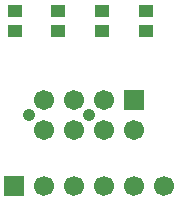
<source format=gts>
G04 #@! TF.FileFunction,Soldermask,Top*
%FSLAX46Y46*%
G04 Gerber Fmt 4.6, Leading zero omitted, Abs format (unit mm)*
G04 Created by KiCad (PCBNEW (2015-03-12 BZR 5508)-product) date Fri 13 Mar 2015 06:21:04 PM CET*
%MOMM*%
G01*
G04 APERTURE LIST*
%ADD10C,0.100000*%
%ADD11R,1.150620X1.049020*%
%ADD12R,1.701800X1.701800*%
%ADD13C,1.701800*%
%ADD14C,1.050800*%
%ADD15R,1.700800X1.700800*%
%ADD16C,1.700800*%
G04 APERTURE END LIST*
D10*
D11*
X158242000Y-102151640D03*
X158242000Y-103848360D03*
X161861500Y-102151640D03*
X161861500Y-103848360D03*
X165608000Y-102151640D03*
X165608000Y-103848360D03*
X169291000Y-102151640D03*
X169291000Y-103848360D03*
D12*
X168310000Y-109730000D03*
D13*
X168310000Y-112270000D03*
X165770000Y-109730000D03*
X165770000Y-112270000D03*
X163230000Y-109730000D03*
X163230000Y-112270000D03*
X160690000Y-109730000D03*
X160690000Y-112270000D03*
D14*
X164500000Y-111000000D03*
X159420000Y-111000000D03*
D15*
X158150000Y-117000000D03*
D16*
X160690000Y-117000000D03*
X163230000Y-117000000D03*
X165770000Y-117000000D03*
X168310000Y-117000000D03*
X170850000Y-117000000D03*
M02*

</source>
